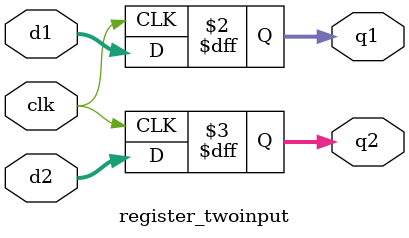
<source format=v>
`timescale 1ns / 1ps


module register_twoinput #(parameter WORD_SIZE = 32)
                          (input [WORD_SIZE - 1 : 0] d1, d2,
                           input clk,
                           output reg [WORD_SIZE - 1: 0] q1, q2);
    
    always @ (posedge clk) begin
        q1 <= d1;
        q2 <= d2;
    end
endmodule

</source>
